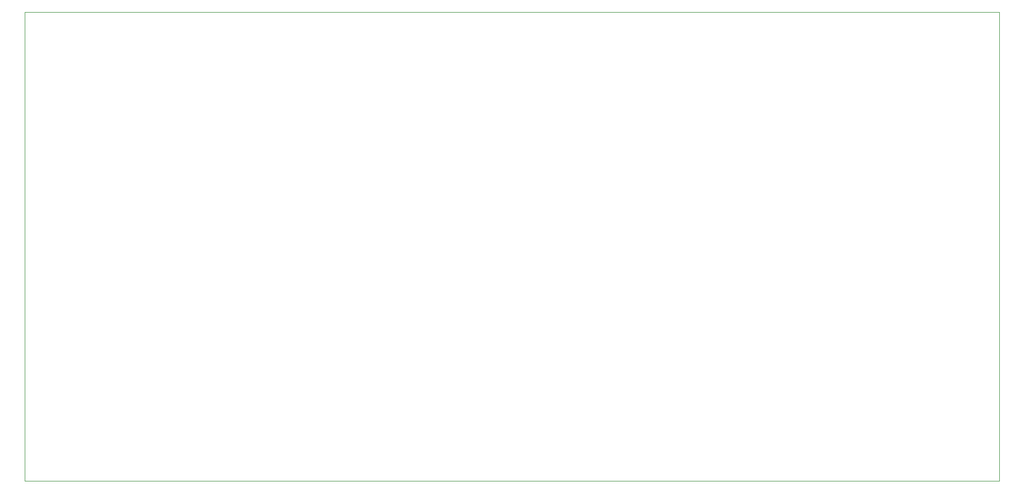
<source format=gbr>
G04 #@! TF.FileFunction,Profile,NP*
%FSLAX46Y46*%
G04 Gerber Fmt 4.6, Leading zero omitted, Abs format (unit mm)*
G04 Created by KiCad (PCBNEW 4.0.2-stable) date Friday, June 24, 2016 'pmt' 01:13:37 pm*
%MOMM*%
G01*
G04 APERTURE LIST*
%ADD10C,0.100000*%
G04 APERTURE END LIST*
D10*
X61595000Y-132715000D02*
X218440000Y-132715000D01*
X61595000Y-57150000D02*
X61595000Y-132715000D01*
X218440000Y-57150000D02*
X61595000Y-57150000D01*
X218440000Y-132715000D02*
X218440000Y-57150000D01*
M02*

</source>
